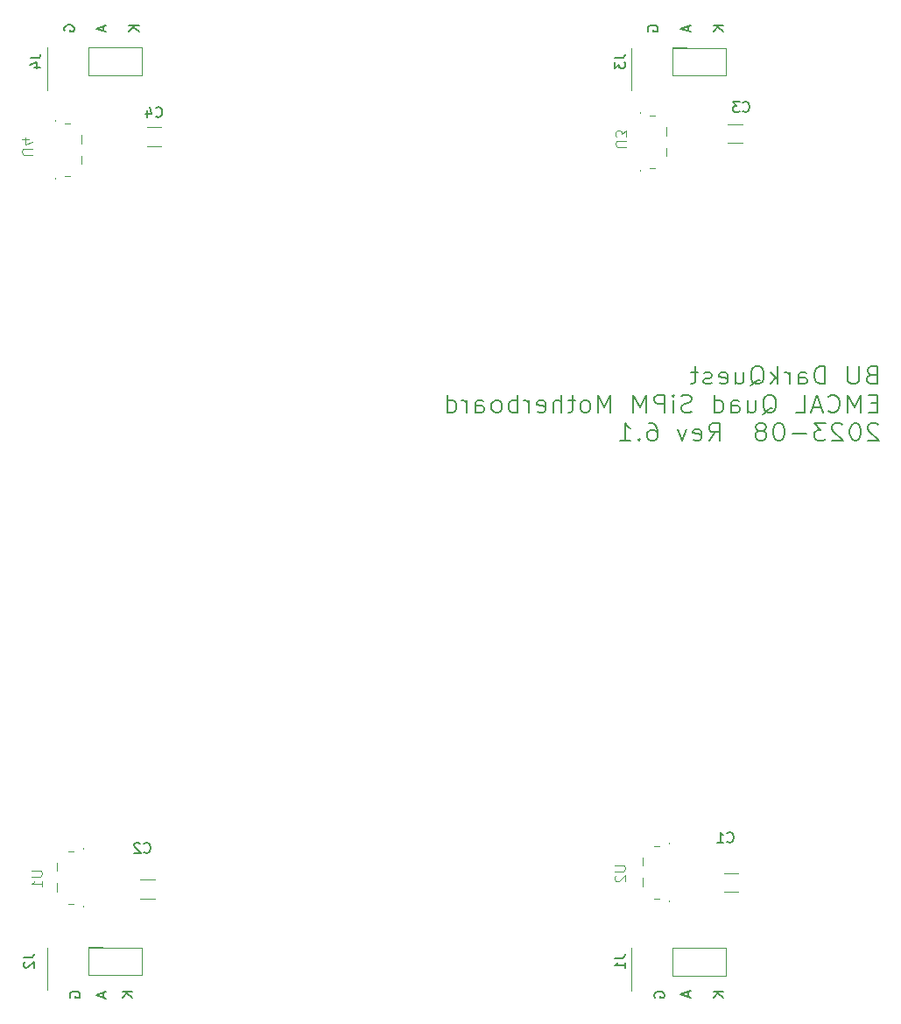
<source format=gbr>
%TF.GenerationSoftware,KiCad,Pcbnew,7.0.5-0*%
%TF.CreationDate,2023-08-23T11:20:48-04:00*%
%TF.ProjectId,quad_sipm,71756164-5f73-4697-906d-2e6b69636164,rev?*%
%TF.SameCoordinates,Original*%
%TF.FileFunction,Legend,Bot*%
%TF.FilePolarity,Positive*%
%FSLAX46Y46*%
G04 Gerber Fmt 4.6, Leading zero omitted, Abs format (unit mm)*
G04 Created by KiCad (PCBNEW 7.0.5-0) date 2023-08-23 11:20:48*
%MOMM*%
%LPD*%
G01*
G04 APERTURE LIST*
%ADD10C,0.150000*%
%ADD11C,0.203200*%
%ADD12C,0.100000*%
%ADD13C,0.120000*%
G04 APERTURE END LIST*
D10*
X124597438Y-53601904D02*
X124549819Y-53506666D01*
X124549819Y-53506666D02*
X124549819Y-53363809D01*
X124549819Y-53363809D02*
X124597438Y-53220952D01*
X124597438Y-53220952D02*
X124692676Y-53125714D01*
X124692676Y-53125714D02*
X124787914Y-53078095D01*
X124787914Y-53078095D02*
X124978390Y-53030476D01*
X124978390Y-53030476D02*
X125121247Y-53030476D01*
X125121247Y-53030476D02*
X125311723Y-53078095D01*
X125311723Y-53078095D02*
X125406961Y-53125714D01*
X125406961Y-53125714D02*
X125502200Y-53220952D01*
X125502200Y-53220952D02*
X125549819Y-53363809D01*
X125549819Y-53363809D02*
X125549819Y-53459047D01*
X125549819Y-53459047D02*
X125502200Y-53601904D01*
X125502200Y-53601904D02*
X125454580Y-53649523D01*
X125454580Y-53649523D02*
X125121247Y-53649523D01*
X125121247Y-53649523D02*
X125121247Y-53459047D01*
X131899819Y-53078095D02*
X130899819Y-53078095D01*
X131899819Y-53649523D02*
X131328390Y-53220952D01*
X130899819Y-53649523D02*
X131471247Y-53078095D01*
X128439104Y-53101905D02*
X128439104Y-53578095D01*
X128724819Y-53006667D02*
X127724819Y-53340000D01*
X127724819Y-53340000D02*
X128724819Y-53673333D01*
X68717438Y-146983220D02*
X68669819Y-146887982D01*
X68669819Y-146887982D02*
X68669819Y-146745125D01*
X68669819Y-146745125D02*
X68717438Y-146602268D01*
X68717438Y-146602268D02*
X68812676Y-146507030D01*
X68812676Y-146507030D02*
X68907914Y-146459411D01*
X68907914Y-146459411D02*
X69098390Y-146411792D01*
X69098390Y-146411792D02*
X69241247Y-146411792D01*
X69241247Y-146411792D02*
X69431723Y-146459411D01*
X69431723Y-146459411D02*
X69526961Y-146507030D01*
X69526961Y-146507030D02*
X69622200Y-146602268D01*
X69622200Y-146602268D02*
X69669819Y-146745125D01*
X69669819Y-146745125D02*
X69669819Y-146840363D01*
X69669819Y-146840363D02*
X69622200Y-146983220D01*
X69622200Y-146983220D02*
X69574580Y-147030839D01*
X69574580Y-147030839D02*
X69241247Y-147030839D01*
X69241247Y-147030839D02*
X69241247Y-146840363D01*
X71924104Y-146554649D02*
X71924104Y-147030839D01*
X72209819Y-146459411D02*
X71209819Y-146792744D01*
X71209819Y-146792744D02*
X72209819Y-147126077D01*
X75384819Y-53078095D02*
X74384819Y-53078095D01*
X75384819Y-53649523D02*
X74813390Y-53220952D01*
X74384819Y-53649523D02*
X74956247Y-53078095D01*
X71924104Y-53101905D02*
X71924104Y-53578095D01*
X72209819Y-53006667D02*
X71209819Y-53340000D01*
X71209819Y-53340000D02*
X72209819Y-53673333D01*
X74749819Y-146423095D02*
X73749819Y-146423095D01*
X74749819Y-146994523D02*
X74178390Y-146565952D01*
X73749819Y-146994523D02*
X74321247Y-146423095D01*
X128439104Y-146446905D02*
X128439104Y-146923095D01*
X128724819Y-146351667D02*
X127724819Y-146685000D01*
X127724819Y-146685000D02*
X128724819Y-147018333D01*
X125232438Y-146983220D02*
X125184819Y-146887982D01*
X125184819Y-146887982D02*
X125184819Y-146745125D01*
X125184819Y-146745125D02*
X125232438Y-146602268D01*
X125232438Y-146602268D02*
X125327676Y-146507030D01*
X125327676Y-146507030D02*
X125422914Y-146459411D01*
X125422914Y-146459411D02*
X125613390Y-146411792D01*
X125613390Y-146411792D02*
X125756247Y-146411792D01*
X125756247Y-146411792D02*
X125946723Y-146459411D01*
X125946723Y-146459411D02*
X126041961Y-146507030D01*
X126041961Y-146507030D02*
X126137200Y-146602268D01*
X126137200Y-146602268D02*
X126184819Y-146745125D01*
X126184819Y-146745125D02*
X126184819Y-146840363D01*
X126184819Y-146840363D02*
X126137200Y-146983220D01*
X126137200Y-146983220D02*
X126089580Y-147030839D01*
X126089580Y-147030839D02*
X125756247Y-147030839D01*
X125756247Y-147030839D02*
X125756247Y-146840363D01*
X131899819Y-146423095D02*
X130899819Y-146423095D01*
X131899819Y-146994523D02*
X131328390Y-146565952D01*
X130899819Y-146994523D02*
X131471247Y-146423095D01*
D11*
X146157744Y-86810410D02*
X145900601Y-86891362D01*
X145900601Y-86891362D02*
X145814887Y-86972314D01*
X145814887Y-86972314D02*
X145729173Y-87134219D01*
X145729173Y-87134219D02*
X145729173Y-87377076D01*
X145729173Y-87377076D02*
X145814887Y-87538981D01*
X145814887Y-87538981D02*
X145900601Y-87619934D01*
X145900601Y-87619934D02*
X146072030Y-87700886D01*
X146072030Y-87700886D02*
X146757744Y-87700886D01*
X146757744Y-87700886D02*
X146757744Y-86000886D01*
X146757744Y-86000886D02*
X146157744Y-86000886D01*
X146157744Y-86000886D02*
X145986316Y-86081838D01*
X145986316Y-86081838D02*
X145900601Y-86162791D01*
X145900601Y-86162791D02*
X145814887Y-86324695D01*
X145814887Y-86324695D02*
X145814887Y-86486600D01*
X145814887Y-86486600D02*
X145900601Y-86648505D01*
X145900601Y-86648505D02*
X145986316Y-86729457D01*
X145986316Y-86729457D02*
X146157744Y-86810410D01*
X146157744Y-86810410D02*
X146757744Y-86810410D01*
X144957744Y-86000886D02*
X144957744Y-87377076D01*
X144957744Y-87377076D02*
X144872030Y-87538981D01*
X144872030Y-87538981D02*
X144786316Y-87619934D01*
X144786316Y-87619934D02*
X144614887Y-87700886D01*
X144614887Y-87700886D02*
X144272030Y-87700886D01*
X144272030Y-87700886D02*
X144100601Y-87619934D01*
X144100601Y-87619934D02*
X144014887Y-87538981D01*
X144014887Y-87538981D02*
X143929173Y-87377076D01*
X143929173Y-87377076D02*
X143929173Y-86000886D01*
X141700601Y-87700886D02*
X141700601Y-86000886D01*
X141700601Y-86000886D02*
X141272030Y-86000886D01*
X141272030Y-86000886D02*
X141014887Y-86081838D01*
X141014887Y-86081838D02*
X140843458Y-86243743D01*
X140843458Y-86243743D02*
X140757744Y-86405648D01*
X140757744Y-86405648D02*
X140672030Y-86729457D01*
X140672030Y-86729457D02*
X140672030Y-86972314D01*
X140672030Y-86972314D02*
X140757744Y-87296124D01*
X140757744Y-87296124D02*
X140843458Y-87458029D01*
X140843458Y-87458029D02*
X141014887Y-87619934D01*
X141014887Y-87619934D02*
X141272030Y-87700886D01*
X141272030Y-87700886D02*
X141700601Y-87700886D01*
X139129173Y-87700886D02*
X139129173Y-86810410D01*
X139129173Y-86810410D02*
X139214887Y-86648505D01*
X139214887Y-86648505D02*
X139386315Y-86567553D01*
X139386315Y-86567553D02*
X139729173Y-86567553D01*
X139729173Y-86567553D02*
X139900601Y-86648505D01*
X139129173Y-87619934D02*
X139300601Y-87700886D01*
X139300601Y-87700886D02*
X139729173Y-87700886D01*
X139729173Y-87700886D02*
X139900601Y-87619934D01*
X139900601Y-87619934D02*
X139986315Y-87458029D01*
X139986315Y-87458029D02*
X139986315Y-87296124D01*
X139986315Y-87296124D02*
X139900601Y-87134219D01*
X139900601Y-87134219D02*
X139729173Y-87053267D01*
X139729173Y-87053267D02*
X139300601Y-87053267D01*
X139300601Y-87053267D02*
X139129173Y-86972314D01*
X138272030Y-87700886D02*
X138272030Y-86567553D01*
X138272030Y-86891362D02*
X138186316Y-86729457D01*
X138186316Y-86729457D02*
X138100602Y-86648505D01*
X138100602Y-86648505D02*
X137929173Y-86567553D01*
X137929173Y-86567553D02*
X137757744Y-86567553D01*
X137157744Y-87700886D02*
X137157744Y-86000886D01*
X136986316Y-87053267D02*
X136472030Y-87700886D01*
X136472030Y-86567553D02*
X137157744Y-87215172D01*
X134500601Y-87862791D02*
X134672030Y-87781838D01*
X134672030Y-87781838D02*
X134843458Y-87619934D01*
X134843458Y-87619934D02*
X135100601Y-87377076D01*
X135100601Y-87377076D02*
X135272030Y-87296124D01*
X135272030Y-87296124D02*
X135443458Y-87296124D01*
X135357744Y-87700886D02*
X135529173Y-87619934D01*
X135529173Y-87619934D02*
X135700601Y-87458029D01*
X135700601Y-87458029D02*
X135786315Y-87134219D01*
X135786315Y-87134219D02*
X135786315Y-86567553D01*
X135786315Y-86567553D02*
X135700601Y-86243743D01*
X135700601Y-86243743D02*
X135529173Y-86081838D01*
X135529173Y-86081838D02*
X135357744Y-86000886D01*
X135357744Y-86000886D02*
X135014887Y-86000886D01*
X135014887Y-86000886D02*
X134843458Y-86081838D01*
X134843458Y-86081838D02*
X134672030Y-86243743D01*
X134672030Y-86243743D02*
X134586315Y-86567553D01*
X134586315Y-86567553D02*
X134586315Y-87134219D01*
X134586315Y-87134219D02*
X134672030Y-87458029D01*
X134672030Y-87458029D02*
X134843458Y-87619934D01*
X134843458Y-87619934D02*
X135014887Y-87700886D01*
X135014887Y-87700886D02*
X135357744Y-87700886D01*
X133043459Y-86567553D02*
X133043459Y-87700886D01*
X133814887Y-86567553D02*
X133814887Y-87458029D01*
X133814887Y-87458029D02*
X133729173Y-87619934D01*
X133729173Y-87619934D02*
X133557744Y-87700886D01*
X133557744Y-87700886D02*
X133300601Y-87700886D01*
X133300601Y-87700886D02*
X133129173Y-87619934D01*
X133129173Y-87619934D02*
X133043459Y-87538981D01*
X131500602Y-87619934D02*
X131672030Y-87700886D01*
X131672030Y-87700886D02*
X132014888Y-87700886D01*
X132014888Y-87700886D02*
X132186316Y-87619934D01*
X132186316Y-87619934D02*
X132272030Y-87458029D01*
X132272030Y-87458029D02*
X132272030Y-86810410D01*
X132272030Y-86810410D02*
X132186316Y-86648505D01*
X132186316Y-86648505D02*
X132014888Y-86567553D01*
X132014888Y-86567553D02*
X131672030Y-86567553D01*
X131672030Y-86567553D02*
X131500602Y-86648505D01*
X131500602Y-86648505D02*
X131414888Y-86810410D01*
X131414888Y-86810410D02*
X131414888Y-86972314D01*
X131414888Y-86972314D02*
X132272030Y-87134219D01*
X130729173Y-87619934D02*
X130557745Y-87700886D01*
X130557745Y-87700886D02*
X130214888Y-87700886D01*
X130214888Y-87700886D02*
X130043459Y-87619934D01*
X130043459Y-87619934D02*
X129957745Y-87458029D01*
X129957745Y-87458029D02*
X129957745Y-87377076D01*
X129957745Y-87377076D02*
X130043459Y-87215172D01*
X130043459Y-87215172D02*
X130214888Y-87134219D01*
X130214888Y-87134219D02*
X130472031Y-87134219D01*
X130472031Y-87134219D02*
X130643459Y-87053267D01*
X130643459Y-87053267D02*
X130729173Y-86891362D01*
X130729173Y-86891362D02*
X130729173Y-86810410D01*
X130729173Y-86810410D02*
X130643459Y-86648505D01*
X130643459Y-86648505D02*
X130472031Y-86567553D01*
X130472031Y-86567553D02*
X130214888Y-86567553D01*
X130214888Y-86567553D02*
X130043459Y-86648505D01*
X129443459Y-86567553D02*
X128757745Y-86567553D01*
X129186316Y-86000886D02*
X129186316Y-87458029D01*
X129186316Y-87458029D02*
X129100602Y-87619934D01*
X129100602Y-87619934D02*
X128929173Y-87700886D01*
X128929173Y-87700886D02*
X128757745Y-87700886D01*
X146757744Y-89547410D02*
X146157744Y-89547410D01*
X145900601Y-90437886D02*
X146757744Y-90437886D01*
X146757744Y-90437886D02*
X146757744Y-88737886D01*
X146757744Y-88737886D02*
X145900601Y-88737886D01*
X145129173Y-90437886D02*
X145129173Y-88737886D01*
X145129173Y-88737886D02*
X144529173Y-89952172D01*
X144529173Y-89952172D02*
X143929173Y-88737886D01*
X143929173Y-88737886D02*
X143929173Y-90437886D01*
X142043459Y-90275981D02*
X142129173Y-90356934D01*
X142129173Y-90356934D02*
X142386316Y-90437886D01*
X142386316Y-90437886D02*
X142557744Y-90437886D01*
X142557744Y-90437886D02*
X142814887Y-90356934D01*
X142814887Y-90356934D02*
X142986316Y-90195029D01*
X142986316Y-90195029D02*
X143072030Y-90033124D01*
X143072030Y-90033124D02*
X143157744Y-89709314D01*
X143157744Y-89709314D02*
X143157744Y-89466457D01*
X143157744Y-89466457D02*
X143072030Y-89142648D01*
X143072030Y-89142648D02*
X142986316Y-88980743D01*
X142986316Y-88980743D02*
X142814887Y-88818838D01*
X142814887Y-88818838D02*
X142557744Y-88737886D01*
X142557744Y-88737886D02*
X142386316Y-88737886D01*
X142386316Y-88737886D02*
X142129173Y-88818838D01*
X142129173Y-88818838D02*
X142043459Y-88899791D01*
X141357744Y-89952172D02*
X140500602Y-89952172D01*
X141529173Y-90437886D02*
X140929173Y-88737886D01*
X140929173Y-88737886D02*
X140329173Y-90437886D01*
X138872030Y-90437886D02*
X139729173Y-90437886D01*
X139729173Y-90437886D02*
X139729173Y-88737886D01*
X135700601Y-90599791D02*
X135872030Y-90518838D01*
X135872030Y-90518838D02*
X136043458Y-90356934D01*
X136043458Y-90356934D02*
X136300601Y-90114076D01*
X136300601Y-90114076D02*
X136472030Y-90033124D01*
X136472030Y-90033124D02*
X136643458Y-90033124D01*
X136557744Y-90437886D02*
X136729173Y-90356934D01*
X136729173Y-90356934D02*
X136900601Y-90195029D01*
X136900601Y-90195029D02*
X136986315Y-89871219D01*
X136986315Y-89871219D02*
X136986315Y-89304553D01*
X136986315Y-89304553D02*
X136900601Y-88980743D01*
X136900601Y-88980743D02*
X136729173Y-88818838D01*
X136729173Y-88818838D02*
X136557744Y-88737886D01*
X136557744Y-88737886D02*
X136214887Y-88737886D01*
X136214887Y-88737886D02*
X136043458Y-88818838D01*
X136043458Y-88818838D02*
X135872030Y-88980743D01*
X135872030Y-88980743D02*
X135786315Y-89304553D01*
X135786315Y-89304553D02*
X135786315Y-89871219D01*
X135786315Y-89871219D02*
X135872030Y-90195029D01*
X135872030Y-90195029D02*
X136043458Y-90356934D01*
X136043458Y-90356934D02*
X136214887Y-90437886D01*
X136214887Y-90437886D02*
X136557744Y-90437886D01*
X134243459Y-89304553D02*
X134243459Y-90437886D01*
X135014887Y-89304553D02*
X135014887Y-90195029D01*
X135014887Y-90195029D02*
X134929173Y-90356934D01*
X134929173Y-90356934D02*
X134757744Y-90437886D01*
X134757744Y-90437886D02*
X134500601Y-90437886D01*
X134500601Y-90437886D02*
X134329173Y-90356934D01*
X134329173Y-90356934D02*
X134243459Y-90275981D01*
X132614888Y-90437886D02*
X132614888Y-89547410D01*
X132614888Y-89547410D02*
X132700602Y-89385505D01*
X132700602Y-89385505D02*
X132872030Y-89304553D01*
X132872030Y-89304553D02*
X133214888Y-89304553D01*
X133214888Y-89304553D02*
X133386316Y-89385505D01*
X132614888Y-90356934D02*
X132786316Y-90437886D01*
X132786316Y-90437886D02*
X133214888Y-90437886D01*
X133214888Y-90437886D02*
X133386316Y-90356934D01*
X133386316Y-90356934D02*
X133472030Y-90195029D01*
X133472030Y-90195029D02*
X133472030Y-90033124D01*
X133472030Y-90033124D02*
X133386316Y-89871219D01*
X133386316Y-89871219D02*
X133214888Y-89790267D01*
X133214888Y-89790267D02*
X132786316Y-89790267D01*
X132786316Y-89790267D02*
X132614888Y-89709314D01*
X130986317Y-90437886D02*
X130986317Y-88737886D01*
X130986317Y-90356934D02*
X131157745Y-90437886D01*
X131157745Y-90437886D02*
X131500602Y-90437886D01*
X131500602Y-90437886D02*
X131672031Y-90356934D01*
X131672031Y-90356934D02*
X131757745Y-90275981D01*
X131757745Y-90275981D02*
X131843459Y-90114076D01*
X131843459Y-90114076D02*
X131843459Y-89628362D01*
X131843459Y-89628362D02*
X131757745Y-89466457D01*
X131757745Y-89466457D02*
X131672031Y-89385505D01*
X131672031Y-89385505D02*
X131500602Y-89304553D01*
X131500602Y-89304553D02*
X131157745Y-89304553D01*
X131157745Y-89304553D02*
X130986317Y-89385505D01*
X128843459Y-90356934D02*
X128586317Y-90437886D01*
X128586317Y-90437886D02*
X128157745Y-90437886D01*
X128157745Y-90437886D02*
X127986317Y-90356934D01*
X127986317Y-90356934D02*
X127900602Y-90275981D01*
X127900602Y-90275981D02*
X127814888Y-90114076D01*
X127814888Y-90114076D02*
X127814888Y-89952172D01*
X127814888Y-89952172D02*
X127900602Y-89790267D01*
X127900602Y-89790267D02*
X127986317Y-89709314D01*
X127986317Y-89709314D02*
X128157745Y-89628362D01*
X128157745Y-89628362D02*
X128500602Y-89547410D01*
X128500602Y-89547410D02*
X128672031Y-89466457D01*
X128672031Y-89466457D02*
X128757745Y-89385505D01*
X128757745Y-89385505D02*
X128843459Y-89223600D01*
X128843459Y-89223600D02*
X128843459Y-89061695D01*
X128843459Y-89061695D02*
X128757745Y-88899791D01*
X128757745Y-88899791D02*
X128672031Y-88818838D01*
X128672031Y-88818838D02*
X128500602Y-88737886D01*
X128500602Y-88737886D02*
X128072031Y-88737886D01*
X128072031Y-88737886D02*
X127814888Y-88818838D01*
X127043459Y-90437886D02*
X127043459Y-89304553D01*
X127043459Y-88737886D02*
X127129173Y-88818838D01*
X127129173Y-88818838D02*
X127043459Y-88899791D01*
X127043459Y-88899791D02*
X126957745Y-88818838D01*
X126957745Y-88818838D02*
X127043459Y-88737886D01*
X127043459Y-88737886D02*
X127043459Y-88899791D01*
X126186316Y-90437886D02*
X126186316Y-88737886D01*
X126186316Y-88737886D02*
X125500602Y-88737886D01*
X125500602Y-88737886D02*
X125329173Y-88818838D01*
X125329173Y-88818838D02*
X125243459Y-88899791D01*
X125243459Y-88899791D02*
X125157745Y-89061695D01*
X125157745Y-89061695D02*
X125157745Y-89304553D01*
X125157745Y-89304553D02*
X125243459Y-89466457D01*
X125243459Y-89466457D02*
X125329173Y-89547410D01*
X125329173Y-89547410D02*
X125500602Y-89628362D01*
X125500602Y-89628362D02*
X126186316Y-89628362D01*
X124386316Y-90437886D02*
X124386316Y-88737886D01*
X124386316Y-88737886D02*
X123786316Y-89952172D01*
X123786316Y-89952172D02*
X123186316Y-88737886D01*
X123186316Y-88737886D02*
X123186316Y-90437886D01*
X120957744Y-90437886D02*
X120957744Y-88737886D01*
X120957744Y-88737886D02*
X120357744Y-89952172D01*
X120357744Y-89952172D02*
X119757744Y-88737886D01*
X119757744Y-88737886D02*
X119757744Y-90437886D01*
X118643458Y-90437886D02*
X118814887Y-90356934D01*
X118814887Y-90356934D02*
X118900601Y-90275981D01*
X118900601Y-90275981D02*
X118986315Y-90114076D01*
X118986315Y-90114076D02*
X118986315Y-89628362D01*
X118986315Y-89628362D02*
X118900601Y-89466457D01*
X118900601Y-89466457D02*
X118814887Y-89385505D01*
X118814887Y-89385505D02*
X118643458Y-89304553D01*
X118643458Y-89304553D02*
X118386315Y-89304553D01*
X118386315Y-89304553D02*
X118214887Y-89385505D01*
X118214887Y-89385505D02*
X118129173Y-89466457D01*
X118129173Y-89466457D02*
X118043458Y-89628362D01*
X118043458Y-89628362D02*
X118043458Y-90114076D01*
X118043458Y-90114076D02*
X118129173Y-90275981D01*
X118129173Y-90275981D02*
X118214887Y-90356934D01*
X118214887Y-90356934D02*
X118386315Y-90437886D01*
X118386315Y-90437886D02*
X118643458Y-90437886D01*
X117529173Y-89304553D02*
X116843459Y-89304553D01*
X117272030Y-88737886D02*
X117272030Y-90195029D01*
X117272030Y-90195029D02*
X117186316Y-90356934D01*
X117186316Y-90356934D02*
X117014887Y-90437886D01*
X117014887Y-90437886D02*
X116843459Y-90437886D01*
X116243459Y-90437886D02*
X116243459Y-88737886D01*
X115472031Y-90437886D02*
X115472031Y-89547410D01*
X115472031Y-89547410D02*
X115557745Y-89385505D01*
X115557745Y-89385505D02*
X115729173Y-89304553D01*
X115729173Y-89304553D02*
X115986316Y-89304553D01*
X115986316Y-89304553D02*
X116157745Y-89385505D01*
X116157745Y-89385505D02*
X116243459Y-89466457D01*
X113929174Y-90356934D02*
X114100602Y-90437886D01*
X114100602Y-90437886D02*
X114443460Y-90437886D01*
X114443460Y-90437886D02*
X114614888Y-90356934D01*
X114614888Y-90356934D02*
X114700602Y-90195029D01*
X114700602Y-90195029D02*
X114700602Y-89547410D01*
X114700602Y-89547410D02*
X114614888Y-89385505D01*
X114614888Y-89385505D02*
X114443460Y-89304553D01*
X114443460Y-89304553D02*
X114100602Y-89304553D01*
X114100602Y-89304553D02*
X113929174Y-89385505D01*
X113929174Y-89385505D02*
X113843460Y-89547410D01*
X113843460Y-89547410D02*
X113843460Y-89709314D01*
X113843460Y-89709314D02*
X114700602Y-89871219D01*
X113072031Y-90437886D02*
X113072031Y-89304553D01*
X113072031Y-89628362D02*
X112986317Y-89466457D01*
X112986317Y-89466457D02*
X112900603Y-89385505D01*
X112900603Y-89385505D02*
X112729174Y-89304553D01*
X112729174Y-89304553D02*
X112557745Y-89304553D01*
X111957745Y-90437886D02*
X111957745Y-88737886D01*
X111957745Y-89385505D02*
X111786317Y-89304553D01*
X111786317Y-89304553D02*
X111443459Y-89304553D01*
X111443459Y-89304553D02*
X111272031Y-89385505D01*
X111272031Y-89385505D02*
X111186317Y-89466457D01*
X111186317Y-89466457D02*
X111100602Y-89628362D01*
X111100602Y-89628362D02*
X111100602Y-90114076D01*
X111100602Y-90114076D02*
X111186317Y-90275981D01*
X111186317Y-90275981D02*
X111272031Y-90356934D01*
X111272031Y-90356934D02*
X111443459Y-90437886D01*
X111443459Y-90437886D02*
X111786317Y-90437886D01*
X111786317Y-90437886D02*
X111957745Y-90356934D01*
X110072031Y-90437886D02*
X110243460Y-90356934D01*
X110243460Y-90356934D02*
X110329174Y-90275981D01*
X110329174Y-90275981D02*
X110414888Y-90114076D01*
X110414888Y-90114076D02*
X110414888Y-89628362D01*
X110414888Y-89628362D02*
X110329174Y-89466457D01*
X110329174Y-89466457D02*
X110243460Y-89385505D01*
X110243460Y-89385505D02*
X110072031Y-89304553D01*
X110072031Y-89304553D02*
X109814888Y-89304553D01*
X109814888Y-89304553D02*
X109643460Y-89385505D01*
X109643460Y-89385505D02*
X109557746Y-89466457D01*
X109557746Y-89466457D02*
X109472031Y-89628362D01*
X109472031Y-89628362D02*
X109472031Y-90114076D01*
X109472031Y-90114076D02*
X109557746Y-90275981D01*
X109557746Y-90275981D02*
X109643460Y-90356934D01*
X109643460Y-90356934D02*
X109814888Y-90437886D01*
X109814888Y-90437886D02*
X110072031Y-90437886D01*
X107929175Y-90437886D02*
X107929175Y-89547410D01*
X107929175Y-89547410D02*
X108014889Y-89385505D01*
X108014889Y-89385505D02*
X108186317Y-89304553D01*
X108186317Y-89304553D02*
X108529175Y-89304553D01*
X108529175Y-89304553D02*
X108700603Y-89385505D01*
X107929175Y-90356934D02*
X108100603Y-90437886D01*
X108100603Y-90437886D02*
X108529175Y-90437886D01*
X108529175Y-90437886D02*
X108700603Y-90356934D01*
X108700603Y-90356934D02*
X108786317Y-90195029D01*
X108786317Y-90195029D02*
X108786317Y-90033124D01*
X108786317Y-90033124D02*
X108700603Y-89871219D01*
X108700603Y-89871219D02*
X108529175Y-89790267D01*
X108529175Y-89790267D02*
X108100603Y-89790267D01*
X108100603Y-89790267D02*
X107929175Y-89709314D01*
X107072032Y-90437886D02*
X107072032Y-89304553D01*
X107072032Y-89628362D02*
X106986318Y-89466457D01*
X106986318Y-89466457D02*
X106900604Y-89385505D01*
X106900604Y-89385505D02*
X106729175Y-89304553D01*
X106729175Y-89304553D02*
X106557746Y-89304553D01*
X105186318Y-90437886D02*
X105186318Y-88737886D01*
X105186318Y-90356934D02*
X105357746Y-90437886D01*
X105357746Y-90437886D02*
X105700603Y-90437886D01*
X105700603Y-90437886D02*
X105872032Y-90356934D01*
X105872032Y-90356934D02*
X105957746Y-90275981D01*
X105957746Y-90275981D02*
X106043460Y-90114076D01*
X106043460Y-90114076D02*
X106043460Y-89628362D01*
X106043460Y-89628362D02*
X105957746Y-89466457D01*
X105957746Y-89466457D02*
X105872032Y-89385505D01*
X105872032Y-89385505D02*
X105700603Y-89304553D01*
X105700603Y-89304553D02*
X105357746Y-89304553D01*
X105357746Y-89304553D02*
X105186318Y-89385505D01*
X146843458Y-91636791D02*
X146757744Y-91555838D01*
X146757744Y-91555838D02*
X146586316Y-91474886D01*
X146586316Y-91474886D02*
X146157744Y-91474886D01*
X146157744Y-91474886D02*
X145986316Y-91555838D01*
X145986316Y-91555838D02*
X145900601Y-91636791D01*
X145900601Y-91636791D02*
X145814887Y-91798695D01*
X145814887Y-91798695D02*
X145814887Y-91960600D01*
X145814887Y-91960600D02*
X145900601Y-92203457D01*
X145900601Y-92203457D02*
X146929173Y-93174886D01*
X146929173Y-93174886D02*
X145814887Y-93174886D01*
X144700601Y-91474886D02*
X144529172Y-91474886D01*
X144529172Y-91474886D02*
X144357744Y-91555838D01*
X144357744Y-91555838D02*
X144272030Y-91636791D01*
X144272030Y-91636791D02*
X144186315Y-91798695D01*
X144186315Y-91798695D02*
X144100601Y-92122505D01*
X144100601Y-92122505D02*
X144100601Y-92527267D01*
X144100601Y-92527267D02*
X144186315Y-92851076D01*
X144186315Y-92851076D02*
X144272030Y-93012981D01*
X144272030Y-93012981D02*
X144357744Y-93093934D01*
X144357744Y-93093934D02*
X144529172Y-93174886D01*
X144529172Y-93174886D02*
X144700601Y-93174886D01*
X144700601Y-93174886D02*
X144872030Y-93093934D01*
X144872030Y-93093934D02*
X144957744Y-93012981D01*
X144957744Y-93012981D02*
X145043458Y-92851076D01*
X145043458Y-92851076D02*
X145129172Y-92527267D01*
X145129172Y-92527267D02*
X145129172Y-92122505D01*
X145129172Y-92122505D02*
X145043458Y-91798695D01*
X145043458Y-91798695D02*
X144957744Y-91636791D01*
X144957744Y-91636791D02*
X144872030Y-91555838D01*
X144872030Y-91555838D02*
X144700601Y-91474886D01*
X143414886Y-91636791D02*
X143329172Y-91555838D01*
X143329172Y-91555838D02*
X143157744Y-91474886D01*
X143157744Y-91474886D02*
X142729172Y-91474886D01*
X142729172Y-91474886D02*
X142557744Y-91555838D01*
X142557744Y-91555838D02*
X142472029Y-91636791D01*
X142472029Y-91636791D02*
X142386315Y-91798695D01*
X142386315Y-91798695D02*
X142386315Y-91960600D01*
X142386315Y-91960600D02*
X142472029Y-92203457D01*
X142472029Y-92203457D02*
X143500601Y-93174886D01*
X143500601Y-93174886D02*
X142386315Y-93174886D01*
X141786315Y-91474886D02*
X140672029Y-91474886D01*
X140672029Y-91474886D02*
X141272029Y-92122505D01*
X141272029Y-92122505D02*
X141014886Y-92122505D01*
X141014886Y-92122505D02*
X140843458Y-92203457D01*
X140843458Y-92203457D02*
X140757743Y-92284410D01*
X140757743Y-92284410D02*
X140672029Y-92446314D01*
X140672029Y-92446314D02*
X140672029Y-92851076D01*
X140672029Y-92851076D02*
X140757743Y-93012981D01*
X140757743Y-93012981D02*
X140843458Y-93093934D01*
X140843458Y-93093934D02*
X141014886Y-93174886D01*
X141014886Y-93174886D02*
X141529172Y-93174886D01*
X141529172Y-93174886D02*
X141700600Y-93093934D01*
X141700600Y-93093934D02*
X141786315Y-93012981D01*
X139900600Y-92527267D02*
X138529172Y-92527267D01*
X137329172Y-91474886D02*
X137157743Y-91474886D01*
X137157743Y-91474886D02*
X136986315Y-91555838D01*
X136986315Y-91555838D02*
X136900601Y-91636791D01*
X136900601Y-91636791D02*
X136814886Y-91798695D01*
X136814886Y-91798695D02*
X136729172Y-92122505D01*
X136729172Y-92122505D02*
X136729172Y-92527267D01*
X136729172Y-92527267D02*
X136814886Y-92851076D01*
X136814886Y-92851076D02*
X136900601Y-93012981D01*
X136900601Y-93012981D02*
X136986315Y-93093934D01*
X136986315Y-93093934D02*
X137157743Y-93174886D01*
X137157743Y-93174886D02*
X137329172Y-93174886D01*
X137329172Y-93174886D02*
X137500601Y-93093934D01*
X137500601Y-93093934D02*
X137586315Y-93012981D01*
X137586315Y-93012981D02*
X137672029Y-92851076D01*
X137672029Y-92851076D02*
X137757743Y-92527267D01*
X137757743Y-92527267D02*
X137757743Y-92122505D01*
X137757743Y-92122505D02*
X137672029Y-91798695D01*
X137672029Y-91798695D02*
X137586315Y-91636791D01*
X137586315Y-91636791D02*
X137500601Y-91555838D01*
X137500601Y-91555838D02*
X137329172Y-91474886D01*
X135700600Y-92203457D02*
X135872029Y-92122505D01*
X135872029Y-92122505D02*
X135957743Y-92041553D01*
X135957743Y-92041553D02*
X136043457Y-91879648D01*
X136043457Y-91879648D02*
X136043457Y-91798695D01*
X136043457Y-91798695D02*
X135957743Y-91636791D01*
X135957743Y-91636791D02*
X135872029Y-91555838D01*
X135872029Y-91555838D02*
X135700600Y-91474886D01*
X135700600Y-91474886D02*
X135357743Y-91474886D01*
X135357743Y-91474886D02*
X135186315Y-91555838D01*
X135186315Y-91555838D02*
X135100600Y-91636791D01*
X135100600Y-91636791D02*
X135014886Y-91798695D01*
X135014886Y-91798695D02*
X135014886Y-91879648D01*
X135014886Y-91879648D02*
X135100600Y-92041553D01*
X135100600Y-92041553D02*
X135186315Y-92122505D01*
X135186315Y-92122505D02*
X135357743Y-92203457D01*
X135357743Y-92203457D02*
X135700600Y-92203457D01*
X135700600Y-92203457D02*
X135872029Y-92284410D01*
X135872029Y-92284410D02*
X135957743Y-92365362D01*
X135957743Y-92365362D02*
X136043457Y-92527267D01*
X136043457Y-92527267D02*
X136043457Y-92851076D01*
X136043457Y-92851076D02*
X135957743Y-93012981D01*
X135957743Y-93012981D02*
X135872029Y-93093934D01*
X135872029Y-93093934D02*
X135700600Y-93174886D01*
X135700600Y-93174886D02*
X135357743Y-93174886D01*
X135357743Y-93174886D02*
X135186315Y-93093934D01*
X135186315Y-93093934D02*
X135100600Y-93012981D01*
X135100600Y-93012981D02*
X135014886Y-92851076D01*
X135014886Y-92851076D02*
X135014886Y-92527267D01*
X135014886Y-92527267D02*
X135100600Y-92365362D01*
X135100600Y-92365362D02*
X135186315Y-92284410D01*
X135186315Y-92284410D02*
X135357743Y-92203457D01*
X130472028Y-93174886D02*
X131072028Y-92365362D01*
X131500599Y-93174886D02*
X131500599Y-91474886D01*
X131500599Y-91474886D02*
X130814885Y-91474886D01*
X130814885Y-91474886D02*
X130643456Y-91555838D01*
X130643456Y-91555838D02*
X130557742Y-91636791D01*
X130557742Y-91636791D02*
X130472028Y-91798695D01*
X130472028Y-91798695D02*
X130472028Y-92041553D01*
X130472028Y-92041553D02*
X130557742Y-92203457D01*
X130557742Y-92203457D02*
X130643456Y-92284410D01*
X130643456Y-92284410D02*
X130814885Y-92365362D01*
X130814885Y-92365362D02*
X131500599Y-92365362D01*
X129014885Y-93093934D02*
X129186313Y-93174886D01*
X129186313Y-93174886D02*
X129529171Y-93174886D01*
X129529171Y-93174886D02*
X129700599Y-93093934D01*
X129700599Y-93093934D02*
X129786313Y-92932029D01*
X129786313Y-92932029D02*
X129786313Y-92284410D01*
X129786313Y-92284410D02*
X129700599Y-92122505D01*
X129700599Y-92122505D02*
X129529171Y-92041553D01*
X129529171Y-92041553D02*
X129186313Y-92041553D01*
X129186313Y-92041553D02*
X129014885Y-92122505D01*
X129014885Y-92122505D02*
X128929171Y-92284410D01*
X128929171Y-92284410D02*
X128929171Y-92446314D01*
X128929171Y-92446314D02*
X129786313Y-92608219D01*
X128329171Y-92041553D02*
X127900599Y-93174886D01*
X127900599Y-93174886D02*
X127472028Y-92041553D01*
X124643456Y-91474886D02*
X124986313Y-91474886D01*
X124986313Y-91474886D02*
X125157741Y-91555838D01*
X125157741Y-91555838D02*
X125243456Y-91636791D01*
X125243456Y-91636791D02*
X125414884Y-91879648D01*
X125414884Y-91879648D02*
X125500598Y-92203457D01*
X125500598Y-92203457D02*
X125500598Y-92851076D01*
X125500598Y-92851076D02*
X125414884Y-93012981D01*
X125414884Y-93012981D02*
X125329170Y-93093934D01*
X125329170Y-93093934D02*
X125157741Y-93174886D01*
X125157741Y-93174886D02*
X124814884Y-93174886D01*
X124814884Y-93174886D02*
X124643456Y-93093934D01*
X124643456Y-93093934D02*
X124557741Y-93012981D01*
X124557741Y-93012981D02*
X124472027Y-92851076D01*
X124472027Y-92851076D02*
X124472027Y-92446314D01*
X124472027Y-92446314D02*
X124557741Y-92284410D01*
X124557741Y-92284410D02*
X124643456Y-92203457D01*
X124643456Y-92203457D02*
X124814884Y-92122505D01*
X124814884Y-92122505D02*
X125157741Y-92122505D01*
X125157741Y-92122505D02*
X125329170Y-92203457D01*
X125329170Y-92203457D02*
X125414884Y-92284410D01*
X125414884Y-92284410D02*
X125500598Y-92446314D01*
X123700598Y-93012981D02*
X123614884Y-93093934D01*
X123614884Y-93093934D02*
X123700598Y-93174886D01*
X123700598Y-93174886D02*
X123786312Y-93093934D01*
X123786312Y-93093934D02*
X123700598Y-93012981D01*
X123700598Y-93012981D02*
X123700598Y-93174886D01*
X121900598Y-93174886D02*
X122929169Y-93174886D01*
X122414884Y-93174886D02*
X122414884Y-91474886D01*
X122414884Y-91474886D02*
X122586312Y-91717743D01*
X122586312Y-91717743D02*
X122757741Y-91879648D01*
X122757741Y-91879648D02*
X122929169Y-91960600D01*
D10*
X68162438Y-53565588D02*
X68114819Y-53470350D01*
X68114819Y-53470350D02*
X68114819Y-53327493D01*
X68114819Y-53327493D02*
X68162438Y-53184636D01*
X68162438Y-53184636D02*
X68257676Y-53089398D01*
X68257676Y-53089398D02*
X68352914Y-53041779D01*
X68352914Y-53041779D02*
X68543390Y-52994160D01*
X68543390Y-52994160D02*
X68686247Y-52994160D01*
X68686247Y-52994160D02*
X68876723Y-53041779D01*
X68876723Y-53041779D02*
X68971961Y-53089398D01*
X68971961Y-53089398D02*
X69067200Y-53184636D01*
X69067200Y-53184636D02*
X69114819Y-53327493D01*
X69114819Y-53327493D02*
X69114819Y-53422731D01*
X69114819Y-53422731D02*
X69067200Y-53565588D01*
X69067200Y-53565588D02*
X69019580Y-53613207D01*
X69019580Y-53613207D02*
X68686247Y-53613207D01*
X68686247Y-53613207D02*
X68686247Y-53422731D01*
%TO.C,J1*%
X121374819Y-143176666D02*
X122089104Y-143176666D01*
X122089104Y-143176666D02*
X122231961Y-143129047D01*
X122231961Y-143129047D02*
X122327200Y-143033809D01*
X122327200Y-143033809D02*
X122374819Y-142890952D01*
X122374819Y-142890952D02*
X122374819Y-142795714D01*
X122374819Y-144176666D02*
X122374819Y-143605238D01*
X122374819Y-143890952D02*
X121374819Y-143890952D01*
X121374819Y-143890952D02*
X121517676Y-143795714D01*
X121517676Y-143795714D02*
X121612914Y-143700476D01*
X121612914Y-143700476D02*
X121660533Y-143605238D01*
%TO.C,C4*%
X77001666Y-61827580D02*
X77049285Y-61875200D01*
X77049285Y-61875200D02*
X77192142Y-61922819D01*
X77192142Y-61922819D02*
X77287380Y-61922819D01*
X77287380Y-61922819D02*
X77430237Y-61875200D01*
X77430237Y-61875200D02*
X77525475Y-61779961D01*
X77525475Y-61779961D02*
X77573094Y-61684723D01*
X77573094Y-61684723D02*
X77620713Y-61494247D01*
X77620713Y-61494247D02*
X77620713Y-61351390D01*
X77620713Y-61351390D02*
X77573094Y-61160914D01*
X77573094Y-61160914D02*
X77525475Y-61065676D01*
X77525475Y-61065676D02*
X77430237Y-60970438D01*
X77430237Y-60970438D02*
X77287380Y-60922819D01*
X77287380Y-60922819D02*
X77192142Y-60922819D01*
X77192142Y-60922819D02*
X77049285Y-60970438D01*
X77049285Y-60970438D02*
X77001666Y-61018057D01*
X76144523Y-61256152D02*
X76144523Y-61922819D01*
X76382618Y-60875200D02*
X76620713Y-61589485D01*
X76620713Y-61589485D02*
X76001666Y-61589485D01*
%TO.C,J3*%
X121374819Y-56181666D02*
X122089104Y-56181666D01*
X122089104Y-56181666D02*
X122231961Y-56134047D01*
X122231961Y-56134047D02*
X122327200Y-56038809D01*
X122327200Y-56038809D02*
X122374819Y-55895952D01*
X122374819Y-55895952D02*
X122374819Y-55800714D01*
X121374819Y-56562619D02*
X121374819Y-57181666D01*
X121374819Y-57181666D02*
X121755771Y-56848333D01*
X121755771Y-56848333D02*
X121755771Y-56991190D01*
X121755771Y-56991190D02*
X121803390Y-57086428D01*
X121803390Y-57086428D02*
X121851009Y-57134047D01*
X121851009Y-57134047D02*
X121946247Y-57181666D01*
X121946247Y-57181666D02*
X122184342Y-57181666D01*
X122184342Y-57181666D02*
X122279580Y-57134047D01*
X122279580Y-57134047D02*
X122327200Y-57086428D01*
X122327200Y-57086428D02*
X122374819Y-56991190D01*
X122374819Y-56991190D02*
X122374819Y-56705476D01*
X122374819Y-56705476D02*
X122327200Y-56610238D01*
X122327200Y-56610238D02*
X122279580Y-56562619D01*
%TO.C,J4*%
X64859819Y-56181666D02*
X65574104Y-56181666D01*
X65574104Y-56181666D02*
X65716961Y-56134047D01*
X65716961Y-56134047D02*
X65812200Y-56038809D01*
X65812200Y-56038809D02*
X65859819Y-55895952D01*
X65859819Y-55895952D02*
X65859819Y-55800714D01*
X65193152Y-57086428D02*
X65859819Y-57086428D01*
X64812200Y-56848333D02*
X65526485Y-56610238D01*
X65526485Y-56610238D02*
X65526485Y-57229285D01*
%TO.C,C3*%
X133770666Y-61319580D02*
X133818285Y-61367200D01*
X133818285Y-61367200D02*
X133961142Y-61414819D01*
X133961142Y-61414819D02*
X134056380Y-61414819D01*
X134056380Y-61414819D02*
X134199237Y-61367200D01*
X134199237Y-61367200D02*
X134294475Y-61271961D01*
X134294475Y-61271961D02*
X134342094Y-61176723D01*
X134342094Y-61176723D02*
X134389713Y-60986247D01*
X134389713Y-60986247D02*
X134389713Y-60843390D01*
X134389713Y-60843390D02*
X134342094Y-60652914D01*
X134342094Y-60652914D02*
X134294475Y-60557676D01*
X134294475Y-60557676D02*
X134199237Y-60462438D01*
X134199237Y-60462438D02*
X134056380Y-60414819D01*
X134056380Y-60414819D02*
X133961142Y-60414819D01*
X133961142Y-60414819D02*
X133818285Y-60462438D01*
X133818285Y-60462438D02*
X133770666Y-60510057D01*
X133437332Y-60414819D02*
X132818285Y-60414819D01*
X132818285Y-60414819D02*
X133151618Y-60795771D01*
X133151618Y-60795771D02*
X133008761Y-60795771D01*
X133008761Y-60795771D02*
X132913523Y-60843390D01*
X132913523Y-60843390D02*
X132865904Y-60891009D01*
X132865904Y-60891009D02*
X132818285Y-60986247D01*
X132818285Y-60986247D02*
X132818285Y-61224342D01*
X132818285Y-61224342D02*
X132865904Y-61319580D01*
X132865904Y-61319580D02*
X132913523Y-61367200D01*
X132913523Y-61367200D02*
X133008761Y-61414819D01*
X133008761Y-61414819D02*
X133294475Y-61414819D01*
X133294475Y-61414819D02*
X133389713Y-61367200D01*
X133389713Y-61367200D02*
X133437332Y-61319580D01*
%TO.C,J2*%
X64224819Y-143131666D02*
X64939104Y-143131666D01*
X64939104Y-143131666D02*
X65081961Y-143084047D01*
X65081961Y-143084047D02*
X65177200Y-142988809D01*
X65177200Y-142988809D02*
X65224819Y-142845952D01*
X65224819Y-142845952D02*
X65224819Y-142750714D01*
X64320057Y-143560238D02*
X64272438Y-143607857D01*
X64272438Y-143607857D02*
X64224819Y-143703095D01*
X64224819Y-143703095D02*
X64224819Y-143941190D01*
X64224819Y-143941190D02*
X64272438Y-144036428D01*
X64272438Y-144036428D02*
X64320057Y-144084047D01*
X64320057Y-144084047D02*
X64415295Y-144131666D01*
X64415295Y-144131666D02*
X64510533Y-144131666D01*
X64510533Y-144131666D02*
X64653390Y-144084047D01*
X64653390Y-144084047D02*
X65224819Y-143512619D01*
X65224819Y-143512619D02*
X65224819Y-144131666D01*
%TO.C,C1*%
X132246666Y-131931580D02*
X132294285Y-131979200D01*
X132294285Y-131979200D02*
X132437142Y-132026819D01*
X132437142Y-132026819D02*
X132532380Y-132026819D01*
X132532380Y-132026819D02*
X132675237Y-131979200D01*
X132675237Y-131979200D02*
X132770475Y-131883961D01*
X132770475Y-131883961D02*
X132818094Y-131788723D01*
X132818094Y-131788723D02*
X132865713Y-131598247D01*
X132865713Y-131598247D02*
X132865713Y-131455390D01*
X132865713Y-131455390D02*
X132818094Y-131264914D01*
X132818094Y-131264914D02*
X132770475Y-131169676D01*
X132770475Y-131169676D02*
X132675237Y-131074438D01*
X132675237Y-131074438D02*
X132532380Y-131026819D01*
X132532380Y-131026819D02*
X132437142Y-131026819D01*
X132437142Y-131026819D02*
X132294285Y-131074438D01*
X132294285Y-131074438D02*
X132246666Y-131122057D01*
X131294285Y-132026819D02*
X131865713Y-132026819D01*
X131579999Y-132026819D02*
X131579999Y-131026819D01*
X131579999Y-131026819D02*
X131675237Y-131169676D01*
X131675237Y-131169676D02*
X131770475Y-131264914D01*
X131770475Y-131264914D02*
X131865713Y-131312533D01*
%TO.C,C2*%
X75858666Y-132947580D02*
X75906285Y-132995200D01*
X75906285Y-132995200D02*
X76049142Y-133042819D01*
X76049142Y-133042819D02*
X76144380Y-133042819D01*
X76144380Y-133042819D02*
X76287237Y-132995200D01*
X76287237Y-132995200D02*
X76382475Y-132899961D01*
X76382475Y-132899961D02*
X76430094Y-132804723D01*
X76430094Y-132804723D02*
X76477713Y-132614247D01*
X76477713Y-132614247D02*
X76477713Y-132471390D01*
X76477713Y-132471390D02*
X76430094Y-132280914D01*
X76430094Y-132280914D02*
X76382475Y-132185676D01*
X76382475Y-132185676D02*
X76287237Y-132090438D01*
X76287237Y-132090438D02*
X76144380Y-132042819D01*
X76144380Y-132042819D02*
X76049142Y-132042819D01*
X76049142Y-132042819D02*
X75906285Y-132090438D01*
X75906285Y-132090438D02*
X75858666Y-132138057D01*
X75477713Y-132138057D02*
X75430094Y-132090438D01*
X75430094Y-132090438D02*
X75334856Y-132042819D01*
X75334856Y-132042819D02*
X75096761Y-132042819D01*
X75096761Y-132042819D02*
X75001523Y-132090438D01*
X75001523Y-132090438D02*
X74953904Y-132138057D01*
X74953904Y-132138057D02*
X74906285Y-132233295D01*
X74906285Y-132233295D02*
X74906285Y-132328533D01*
X74906285Y-132328533D02*
X74953904Y-132471390D01*
X74953904Y-132471390D02*
X75525332Y-133042819D01*
X75525332Y-133042819D02*
X74906285Y-133042819D01*
D12*
%TO.C,U4*%
X65058580Y-65531904D02*
X64249057Y-65531904D01*
X64249057Y-65531904D02*
X64153819Y-65484285D01*
X64153819Y-65484285D02*
X64106200Y-65436666D01*
X64106200Y-65436666D02*
X64058580Y-65341428D01*
X64058580Y-65341428D02*
X64058580Y-65150952D01*
X64058580Y-65150952D02*
X64106200Y-65055714D01*
X64106200Y-65055714D02*
X64153819Y-65008095D01*
X64153819Y-65008095D02*
X64249057Y-64960476D01*
X64249057Y-64960476D02*
X65058580Y-64960476D01*
X64725247Y-64055714D02*
X64058580Y-64055714D01*
X65106200Y-64293809D02*
X64391914Y-64531904D01*
X64391914Y-64531904D02*
X64391914Y-63912857D01*
%TO.C,U1*%
X64989419Y-134721695D02*
X65798942Y-134721695D01*
X65798942Y-134721695D02*
X65894180Y-134769314D01*
X65894180Y-134769314D02*
X65941800Y-134816933D01*
X65941800Y-134816933D02*
X65989419Y-134912171D01*
X65989419Y-134912171D02*
X65989419Y-135102647D01*
X65989419Y-135102647D02*
X65941800Y-135197885D01*
X65941800Y-135197885D02*
X65894180Y-135245504D01*
X65894180Y-135245504D02*
X65798942Y-135293123D01*
X65798942Y-135293123D02*
X64989419Y-135293123D01*
X65989419Y-136293123D02*
X65989419Y-135721695D01*
X65989419Y-136007409D02*
X64989419Y-136007409D01*
X64989419Y-136007409D02*
X65132276Y-135912171D01*
X65132276Y-135912171D02*
X65227514Y-135816933D01*
X65227514Y-135816933D02*
X65275133Y-135721695D01*
%TO.C,U2*%
X121377419Y-134213695D02*
X122186942Y-134213695D01*
X122186942Y-134213695D02*
X122282180Y-134261314D01*
X122282180Y-134261314D02*
X122329800Y-134308933D01*
X122329800Y-134308933D02*
X122377419Y-134404171D01*
X122377419Y-134404171D02*
X122377419Y-134594647D01*
X122377419Y-134594647D02*
X122329800Y-134689885D01*
X122329800Y-134689885D02*
X122282180Y-134737504D01*
X122282180Y-134737504D02*
X122186942Y-134785123D01*
X122186942Y-134785123D02*
X121377419Y-134785123D01*
X121472657Y-135213695D02*
X121425038Y-135261314D01*
X121425038Y-135261314D02*
X121377419Y-135356552D01*
X121377419Y-135356552D02*
X121377419Y-135594647D01*
X121377419Y-135594647D02*
X121425038Y-135689885D01*
X121425038Y-135689885D02*
X121472657Y-135737504D01*
X121472657Y-135737504D02*
X121567895Y-135785123D01*
X121567895Y-135785123D02*
X121663133Y-135785123D01*
X121663133Y-135785123D02*
X121805990Y-135737504D01*
X121805990Y-135737504D02*
X122377419Y-135166076D01*
X122377419Y-135166076D02*
X122377419Y-135785123D01*
%TO.C,U3*%
X122462580Y-64769904D02*
X121653057Y-64769904D01*
X121653057Y-64769904D02*
X121557819Y-64722285D01*
X121557819Y-64722285D02*
X121510200Y-64674666D01*
X121510200Y-64674666D02*
X121462580Y-64579428D01*
X121462580Y-64579428D02*
X121462580Y-64388952D01*
X121462580Y-64388952D02*
X121510200Y-64293714D01*
X121510200Y-64293714D02*
X121557819Y-64246095D01*
X121557819Y-64246095D02*
X121653057Y-64198476D01*
X121653057Y-64198476D02*
X122462580Y-64198476D01*
X122462580Y-63817523D02*
X122462580Y-63198476D01*
X122462580Y-63198476D02*
X122081628Y-63531809D01*
X122081628Y-63531809D02*
X122081628Y-63388952D01*
X122081628Y-63388952D02*
X122034009Y-63293714D01*
X122034009Y-63293714D02*
X121986390Y-63246095D01*
X121986390Y-63246095D02*
X121891152Y-63198476D01*
X121891152Y-63198476D02*
X121653057Y-63198476D01*
X121653057Y-63198476D02*
X121557819Y-63246095D01*
X121557819Y-63246095D02*
X121510200Y-63293714D01*
X121510200Y-63293714D02*
X121462580Y-63388952D01*
X121462580Y-63388952D02*
X121462580Y-63674666D01*
X121462580Y-63674666D02*
X121510200Y-63769904D01*
X121510200Y-63769904D02*
X121557819Y-63817523D01*
D13*
%TO.C,J1*%
X128270000Y-142180000D02*
X126940000Y-142180000D01*
X126955000Y-142225000D02*
X132095000Y-142225000D01*
X126955000Y-142225000D02*
X126955000Y-144885000D01*
X132095000Y-142225000D02*
X132095000Y-144885000D01*
X122945000Y-142235000D02*
X122970000Y-146310000D01*
X126955000Y-144885000D02*
X132095000Y-144885000D01*
%TO.C,C4*%
X77546252Y-64702500D02*
X76123748Y-64702500D01*
X77546252Y-62882500D02*
X76123748Y-62882500D01*
%TO.C,J3*%
X128270000Y-55185000D02*
X126940000Y-55185000D01*
X126955000Y-55230000D02*
X132095000Y-55230000D01*
X126955000Y-55230000D02*
X126955000Y-57890000D01*
X132095000Y-55230000D02*
X132095000Y-57890000D01*
X122945000Y-55240000D02*
X122970000Y-59315000D01*
X126955000Y-57890000D02*
X132095000Y-57890000D01*
%TO.C,J4*%
X71800000Y-55140000D02*
X70470000Y-55140000D01*
X70485000Y-55185000D02*
X75625000Y-55185000D01*
X70485000Y-55185000D02*
X70485000Y-57845000D01*
X75625000Y-55185000D02*
X75625000Y-57845000D01*
X66475000Y-55195000D02*
X66500000Y-59270000D01*
X70485000Y-57845000D02*
X75625000Y-57845000D01*
%TO.C,C3*%
X133718752Y-64410000D02*
X132296248Y-64410000D01*
X133718752Y-62590000D02*
X132296248Y-62590000D01*
%TO.C,J2*%
X71800000Y-142135000D02*
X70470000Y-142135000D01*
X70485000Y-142180000D02*
X75625000Y-142180000D01*
X70485000Y-142180000D02*
X70485000Y-144840000D01*
X75625000Y-142180000D02*
X75625000Y-144840000D01*
X66475000Y-142190000D02*
X66500000Y-146265000D01*
X70485000Y-144840000D02*
X75625000Y-144840000D01*
%TO.C,C1*%
X133337752Y-136800000D02*
X131915248Y-136800000D01*
X133337752Y-134980000D02*
X131915248Y-134980000D01*
%TO.C,C2*%
X76911252Y-137435000D02*
X75488748Y-137435000D01*
X76911252Y-135615000D02*
X75488748Y-135615000D01*
D12*
%TO.C,U4*%
X67254800Y-67767200D02*
X67254800Y-67868800D01*
X68220000Y-67564000D02*
X68728000Y-67564000D01*
X69794800Y-66395600D02*
X69794800Y-65633600D01*
X69794800Y-64465200D02*
X69794800Y-63652400D01*
X68220000Y-62484000D02*
X68728000Y-62484000D01*
X67254800Y-62280800D02*
X67254800Y-62179200D01*
%TO.C,U1*%
X69977000Y-132638800D02*
X69977000Y-132537200D01*
X69011800Y-132842000D02*
X68503800Y-132842000D01*
X67437000Y-134010400D02*
X67437000Y-134772400D01*
X67437000Y-135940800D02*
X67437000Y-136753600D01*
X69011800Y-137922000D02*
X68503800Y-137922000D01*
X69977000Y-138125200D02*
X69977000Y-138226800D01*
%TO.C,U2*%
X126619000Y-132130800D02*
X126619000Y-132029200D01*
X125653800Y-132334000D02*
X125145800Y-132334000D01*
X124079000Y-133502400D02*
X124079000Y-134264400D01*
X124079000Y-135432800D02*
X124079000Y-136245600D01*
X125653800Y-137414000D02*
X125145800Y-137414000D01*
X126619000Y-137617200D02*
X126619000Y-137718800D01*
%TO.C,U3*%
X123825000Y-67005200D02*
X123825000Y-67106800D01*
X124790200Y-66802000D02*
X125298200Y-66802000D01*
X126365000Y-65633600D02*
X126365000Y-64871600D01*
X126365000Y-63703200D02*
X126365000Y-62890400D01*
X124790200Y-61722000D02*
X125298200Y-61722000D01*
X123825000Y-61518800D02*
X123825000Y-61417200D01*
%TD*%
M02*

</source>
